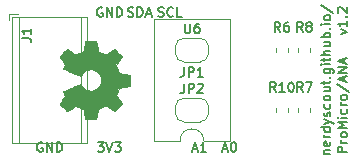
<source format=gbr>
G04 #@! TF.GenerationSoftware,KiCad,Pcbnew,5.1.5+dfsg1-2build2*
G04 #@! TF.CreationDate,2021-03-15T22:19:43+01:00*
G04 #@! TF.ProjectId,ProMicro_ANA,50726f4d-6963-4726-9f5f-414e412e6b69,v1.2*
G04 #@! TF.SameCoordinates,Original*
G04 #@! TF.FileFunction,Legend,Top*
G04 #@! TF.FilePolarity,Positive*
%FSLAX46Y46*%
G04 Gerber Fmt 4.6, Leading zero omitted, Abs format (unit mm)*
G04 Created by KiCad*
%MOMM*%
%LPD*%
G04 APERTURE LIST*
%ADD10C,0.200000*%
%ADD11C,0.120000*%
%ADD12C,0.010000*%
G04 APERTURE END LIST*
D10*
X84480476Y-89135000D02*
X84404285Y-89096904D01*
X84290000Y-89096904D01*
X84175714Y-89135000D01*
X84099523Y-89211190D01*
X84061428Y-89287380D01*
X84023333Y-89439761D01*
X84023333Y-89554047D01*
X84061428Y-89706428D01*
X84099523Y-89782619D01*
X84175714Y-89858809D01*
X84290000Y-89896904D01*
X84366190Y-89896904D01*
X84480476Y-89858809D01*
X84518571Y-89820714D01*
X84518571Y-89554047D01*
X84366190Y-89554047D01*
X84861428Y-89896904D02*
X84861428Y-89096904D01*
X85318571Y-89896904D01*
X85318571Y-89096904D01*
X85699523Y-89896904D02*
X85699523Y-89096904D01*
X85890000Y-89096904D01*
X86004285Y-89135000D01*
X86080476Y-89211190D01*
X86118571Y-89287380D01*
X86156666Y-89439761D01*
X86156666Y-89554047D01*
X86118571Y-89706428D01*
X86080476Y-89782619D01*
X86004285Y-89858809D01*
X85890000Y-89896904D01*
X85699523Y-89896904D01*
X89560476Y-77705000D02*
X89484285Y-77666904D01*
X89370000Y-77666904D01*
X89255714Y-77705000D01*
X89179523Y-77781190D01*
X89141428Y-77857380D01*
X89103333Y-78009761D01*
X89103333Y-78124047D01*
X89141428Y-78276428D01*
X89179523Y-78352619D01*
X89255714Y-78428809D01*
X89370000Y-78466904D01*
X89446190Y-78466904D01*
X89560476Y-78428809D01*
X89598571Y-78390714D01*
X89598571Y-78124047D01*
X89446190Y-78124047D01*
X89941428Y-78466904D02*
X89941428Y-77666904D01*
X90398571Y-78466904D01*
X90398571Y-77666904D01*
X90779523Y-78466904D02*
X90779523Y-77666904D01*
X90970000Y-77666904D01*
X91084285Y-77705000D01*
X91160476Y-77781190D01*
X91198571Y-77857380D01*
X91236666Y-78009761D01*
X91236666Y-78124047D01*
X91198571Y-78276428D01*
X91160476Y-78352619D01*
X91084285Y-78428809D01*
X90970000Y-78466904D01*
X90779523Y-78466904D01*
X89179523Y-89096904D02*
X89674761Y-89096904D01*
X89408095Y-89401666D01*
X89522380Y-89401666D01*
X89598571Y-89439761D01*
X89636666Y-89477857D01*
X89674761Y-89554047D01*
X89674761Y-89744523D01*
X89636666Y-89820714D01*
X89598571Y-89858809D01*
X89522380Y-89896904D01*
X89293809Y-89896904D01*
X89217619Y-89858809D01*
X89179523Y-89820714D01*
X89903333Y-89096904D02*
X90170000Y-89896904D01*
X90436666Y-89096904D01*
X90627142Y-89096904D02*
X91122380Y-89096904D01*
X90855714Y-89401666D01*
X90970000Y-89401666D01*
X91046190Y-89439761D01*
X91084285Y-89477857D01*
X91122380Y-89554047D01*
X91122380Y-89744523D01*
X91084285Y-89820714D01*
X91046190Y-89858809D01*
X90970000Y-89896904D01*
X90741428Y-89896904D01*
X90665238Y-89858809D01*
X90627142Y-89820714D01*
X97218571Y-89668333D02*
X97599523Y-89668333D01*
X97142380Y-89896904D02*
X97409047Y-89096904D01*
X97675714Y-89896904D01*
X98361428Y-89896904D02*
X97904285Y-89896904D01*
X98132857Y-89896904D02*
X98132857Y-89096904D01*
X98056666Y-89211190D01*
X97980476Y-89287380D01*
X97904285Y-89325476D01*
X99758571Y-89668333D02*
X100139523Y-89668333D01*
X99682380Y-89896904D02*
X99949047Y-89096904D01*
X100215714Y-89896904D01*
X100634761Y-89096904D02*
X100710952Y-89096904D01*
X100787142Y-89135000D01*
X100825238Y-89173095D01*
X100863333Y-89249285D01*
X100901428Y-89401666D01*
X100901428Y-89592142D01*
X100863333Y-89744523D01*
X100825238Y-89820714D01*
X100787142Y-89858809D01*
X100710952Y-89896904D01*
X100634761Y-89896904D01*
X100558571Y-89858809D01*
X100520476Y-89820714D01*
X100482380Y-89744523D01*
X100444285Y-89592142D01*
X100444285Y-89401666D01*
X100482380Y-89249285D01*
X100520476Y-89173095D01*
X100558571Y-89135000D01*
X100634761Y-89096904D01*
X91738571Y-78428809D02*
X91852857Y-78466904D01*
X92043333Y-78466904D01*
X92119523Y-78428809D01*
X92157619Y-78390714D01*
X92195714Y-78314523D01*
X92195714Y-78238333D01*
X92157619Y-78162142D01*
X92119523Y-78124047D01*
X92043333Y-78085952D01*
X91890952Y-78047857D01*
X91814761Y-78009761D01*
X91776666Y-77971666D01*
X91738571Y-77895476D01*
X91738571Y-77819285D01*
X91776666Y-77743095D01*
X91814761Y-77705000D01*
X91890952Y-77666904D01*
X92081428Y-77666904D01*
X92195714Y-77705000D01*
X92538571Y-78466904D02*
X92538571Y-77666904D01*
X92729047Y-77666904D01*
X92843333Y-77705000D01*
X92919523Y-77781190D01*
X92957619Y-77857380D01*
X92995714Y-78009761D01*
X92995714Y-78124047D01*
X92957619Y-78276428D01*
X92919523Y-78352619D01*
X92843333Y-78428809D01*
X92729047Y-78466904D01*
X92538571Y-78466904D01*
X93300476Y-78238333D02*
X93681428Y-78238333D01*
X93224285Y-78466904D02*
X93490952Y-77666904D01*
X93757619Y-78466904D01*
X94297619Y-78428809D02*
X94411904Y-78466904D01*
X94602380Y-78466904D01*
X94678571Y-78428809D01*
X94716666Y-78390714D01*
X94754761Y-78314523D01*
X94754761Y-78238333D01*
X94716666Y-78162142D01*
X94678571Y-78124047D01*
X94602380Y-78085952D01*
X94450000Y-78047857D01*
X94373809Y-78009761D01*
X94335714Y-77971666D01*
X94297619Y-77895476D01*
X94297619Y-77819285D01*
X94335714Y-77743095D01*
X94373809Y-77705000D01*
X94450000Y-77666904D01*
X94640476Y-77666904D01*
X94754761Y-77705000D01*
X95554761Y-78390714D02*
X95516666Y-78428809D01*
X95402380Y-78466904D01*
X95326190Y-78466904D01*
X95211904Y-78428809D01*
X95135714Y-78352619D01*
X95097619Y-78276428D01*
X95059523Y-78124047D01*
X95059523Y-78009761D01*
X95097619Y-77857380D01*
X95135714Y-77781190D01*
X95211904Y-77705000D01*
X95326190Y-77666904D01*
X95402380Y-77666904D01*
X95516666Y-77705000D01*
X95554761Y-77743095D01*
X96278571Y-78466904D02*
X95897619Y-78466904D01*
X95897619Y-77666904D01*
X108348571Y-90086666D02*
X108881904Y-90086666D01*
X108424761Y-90086666D02*
X108386666Y-90048571D01*
X108348571Y-89972380D01*
X108348571Y-89858095D01*
X108386666Y-89781904D01*
X108462857Y-89743809D01*
X108881904Y-89743809D01*
X108843809Y-89058095D02*
X108881904Y-89134285D01*
X108881904Y-89286666D01*
X108843809Y-89362857D01*
X108767619Y-89400952D01*
X108462857Y-89400952D01*
X108386666Y-89362857D01*
X108348571Y-89286666D01*
X108348571Y-89134285D01*
X108386666Y-89058095D01*
X108462857Y-89020000D01*
X108539047Y-89020000D01*
X108615238Y-89400952D01*
X108881904Y-88677142D02*
X108348571Y-88677142D01*
X108500952Y-88677142D02*
X108424761Y-88639047D01*
X108386666Y-88600952D01*
X108348571Y-88524761D01*
X108348571Y-88448571D01*
X108881904Y-87839047D02*
X108081904Y-87839047D01*
X108843809Y-87839047D02*
X108881904Y-87915238D01*
X108881904Y-88067619D01*
X108843809Y-88143809D01*
X108805714Y-88181904D01*
X108729523Y-88220000D01*
X108500952Y-88220000D01*
X108424761Y-88181904D01*
X108386666Y-88143809D01*
X108348571Y-88067619D01*
X108348571Y-87915238D01*
X108386666Y-87839047D01*
X108348571Y-87534285D02*
X108881904Y-87343809D01*
X108348571Y-87153333D02*
X108881904Y-87343809D01*
X109072380Y-87420000D01*
X109110476Y-87458095D01*
X109148571Y-87534285D01*
X108843809Y-86886666D02*
X108881904Y-86810476D01*
X108881904Y-86658095D01*
X108843809Y-86581904D01*
X108767619Y-86543809D01*
X108729523Y-86543809D01*
X108653333Y-86581904D01*
X108615238Y-86658095D01*
X108615238Y-86772380D01*
X108577142Y-86848571D01*
X108500952Y-86886666D01*
X108462857Y-86886666D01*
X108386666Y-86848571D01*
X108348571Y-86772380D01*
X108348571Y-86658095D01*
X108386666Y-86581904D01*
X108843809Y-85858095D02*
X108881904Y-85934285D01*
X108881904Y-86086666D01*
X108843809Y-86162857D01*
X108805714Y-86200952D01*
X108729523Y-86239047D01*
X108500952Y-86239047D01*
X108424761Y-86200952D01*
X108386666Y-86162857D01*
X108348571Y-86086666D01*
X108348571Y-85934285D01*
X108386666Y-85858095D01*
X108881904Y-85400952D02*
X108843809Y-85477142D01*
X108805714Y-85515238D01*
X108729523Y-85553333D01*
X108500952Y-85553333D01*
X108424761Y-85515238D01*
X108386666Y-85477142D01*
X108348571Y-85400952D01*
X108348571Y-85286666D01*
X108386666Y-85210476D01*
X108424761Y-85172380D01*
X108500952Y-85134285D01*
X108729523Y-85134285D01*
X108805714Y-85172380D01*
X108843809Y-85210476D01*
X108881904Y-85286666D01*
X108881904Y-85400952D01*
X108348571Y-84448571D02*
X108881904Y-84448571D01*
X108348571Y-84791428D02*
X108767619Y-84791428D01*
X108843809Y-84753333D01*
X108881904Y-84677142D01*
X108881904Y-84562857D01*
X108843809Y-84486666D01*
X108805714Y-84448571D01*
X108348571Y-84181904D02*
X108348571Y-83877142D01*
X108081904Y-84067619D02*
X108767619Y-84067619D01*
X108843809Y-84029523D01*
X108881904Y-83953333D01*
X108881904Y-83877142D01*
X108805714Y-83610476D02*
X108843809Y-83572380D01*
X108881904Y-83610476D01*
X108843809Y-83648571D01*
X108805714Y-83610476D01*
X108881904Y-83610476D01*
X108348571Y-82886666D02*
X108996190Y-82886666D01*
X109072380Y-82924761D01*
X109110476Y-82962857D01*
X109148571Y-83039047D01*
X109148571Y-83153333D01*
X109110476Y-83229523D01*
X108843809Y-82886666D02*
X108881904Y-82962857D01*
X108881904Y-83115238D01*
X108843809Y-83191428D01*
X108805714Y-83229523D01*
X108729523Y-83267619D01*
X108500952Y-83267619D01*
X108424761Y-83229523D01*
X108386666Y-83191428D01*
X108348571Y-83115238D01*
X108348571Y-82962857D01*
X108386666Y-82886666D01*
X108881904Y-82505714D02*
X108348571Y-82505714D01*
X108081904Y-82505714D02*
X108120000Y-82543809D01*
X108158095Y-82505714D01*
X108120000Y-82467619D01*
X108081904Y-82505714D01*
X108158095Y-82505714D01*
X108348571Y-82239047D02*
X108348571Y-81934285D01*
X108081904Y-82124761D02*
X108767619Y-82124761D01*
X108843809Y-82086666D01*
X108881904Y-82010476D01*
X108881904Y-81934285D01*
X108881904Y-81667619D02*
X108081904Y-81667619D01*
X108881904Y-81324761D02*
X108462857Y-81324761D01*
X108386666Y-81362857D01*
X108348571Y-81439047D01*
X108348571Y-81553333D01*
X108386666Y-81629523D01*
X108424761Y-81667619D01*
X108348571Y-80600952D02*
X108881904Y-80600952D01*
X108348571Y-80943809D02*
X108767619Y-80943809D01*
X108843809Y-80905714D01*
X108881904Y-80829523D01*
X108881904Y-80715238D01*
X108843809Y-80639047D01*
X108805714Y-80600952D01*
X108881904Y-80220000D02*
X108081904Y-80220000D01*
X108386666Y-80220000D02*
X108348571Y-80143809D01*
X108348571Y-79991428D01*
X108386666Y-79915238D01*
X108424761Y-79877142D01*
X108500952Y-79839047D01*
X108729523Y-79839047D01*
X108805714Y-79877142D01*
X108843809Y-79915238D01*
X108881904Y-79991428D01*
X108881904Y-80143809D01*
X108843809Y-80220000D01*
X108805714Y-79496190D02*
X108843809Y-79458095D01*
X108881904Y-79496190D01*
X108843809Y-79534285D01*
X108805714Y-79496190D01*
X108881904Y-79496190D01*
X108881904Y-79115238D02*
X108348571Y-79115238D01*
X108081904Y-79115238D02*
X108120000Y-79153333D01*
X108158095Y-79115238D01*
X108120000Y-79077142D01*
X108081904Y-79115238D01*
X108158095Y-79115238D01*
X108881904Y-78620000D02*
X108843809Y-78696190D01*
X108805714Y-78734285D01*
X108729523Y-78772380D01*
X108500952Y-78772380D01*
X108424761Y-78734285D01*
X108386666Y-78696190D01*
X108348571Y-78620000D01*
X108348571Y-78505714D01*
X108386666Y-78429523D01*
X108424761Y-78391428D01*
X108500952Y-78353333D01*
X108729523Y-78353333D01*
X108805714Y-78391428D01*
X108843809Y-78429523D01*
X108881904Y-78505714D01*
X108881904Y-78620000D01*
X108043809Y-77439047D02*
X109072380Y-78124761D01*
X110281904Y-89934285D02*
X109481904Y-89934285D01*
X109481904Y-89629523D01*
X109520000Y-89553333D01*
X109558095Y-89515238D01*
X109634285Y-89477142D01*
X109748571Y-89477142D01*
X109824761Y-89515238D01*
X109862857Y-89553333D01*
X109900952Y-89629523D01*
X109900952Y-89934285D01*
X110281904Y-89134285D02*
X109748571Y-89134285D01*
X109900952Y-89134285D02*
X109824761Y-89096190D01*
X109786666Y-89058095D01*
X109748571Y-88981904D01*
X109748571Y-88905714D01*
X110281904Y-88524761D02*
X110243809Y-88600952D01*
X110205714Y-88639047D01*
X110129523Y-88677142D01*
X109900952Y-88677142D01*
X109824761Y-88639047D01*
X109786666Y-88600952D01*
X109748571Y-88524761D01*
X109748571Y-88410476D01*
X109786666Y-88334285D01*
X109824761Y-88296190D01*
X109900952Y-88258095D01*
X110129523Y-88258095D01*
X110205714Y-88296190D01*
X110243809Y-88334285D01*
X110281904Y-88410476D01*
X110281904Y-88524761D01*
X110281904Y-87915238D02*
X109481904Y-87915238D01*
X110053333Y-87648571D01*
X109481904Y-87381904D01*
X110281904Y-87381904D01*
X110281904Y-87000952D02*
X109748571Y-87000952D01*
X109481904Y-87000952D02*
X109520000Y-87039047D01*
X109558095Y-87000952D01*
X109520000Y-86962857D01*
X109481904Y-87000952D01*
X109558095Y-87000952D01*
X110243809Y-86277142D02*
X110281904Y-86353333D01*
X110281904Y-86505714D01*
X110243809Y-86581904D01*
X110205714Y-86620000D01*
X110129523Y-86658095D01*
X109900952Y-86658095D01*
X109824761Y-86620000D01*
X109786666Y-86581904D01*
X109748571Y-86505714D01*
X109748571Y-86353333D01*
X109786666Y-86277142D01*
X110281904Y-85934285D02*
X109748571Y-85934285D01*
X109900952Y-85934285D02*
X109824761Y-85896190D01*
X109786666Y-85858095D01*
X109748571Y-85781904D01*
X109748571Y-85705714D01*
X110281904Y-85324761D02*
X110243809Y-85400952D01*
X110205714Y-85439047D01*
X110129523Y-85477142D01*
X109900952Y-85477142D01*
X109824761Y-85439047D01*
X109786666Y-85400952D01*
X109748571Y-85324761D01*
X109748571Y-85210476D01*
X109786666Y-85134285D01*
X109824761Y-85096190D01*
X109900952Y-85058095D01*
X110129523Y-85058095D01*
X110205714Y-85096190D01*
X110243809Y-85134285D01*
X110281904Y-85210476D01*
X110281904Y-85324761D01*
X109443809Y-84143809D02*
X110472380Y-84829523D01*
X110053333Y-83915238D02*
X110053333Y-83534285D01*
X110281904Y-83991428D02*
X109481904Y-83724761D01*
X110281904Y-83458095D01*
X110281904Y-83191428D02*
X109481904Y-83191428D01*
X110281904Y-82734285D01*
X109481904Y-82734285D01*
X110053333Y-82391428D02*
X110053333Y-82010476D01*
X110281904Y-82467619D02*
X109481904Y-82200952D01*
X110281904Y-81934285D01*
X109748571Y-79915238D02*
X110281904Y-79724761D01*
X109748571Y-79534285D01*
X110281904Y-78810476D02*
X110281904Y-79267619D01*
X110281904Y-79039047D02*
X109481904Y-79039047D01*
X109596190Y-79115238D01*
X109672380Y-79191428D01*
X109710476Y-79267619D01*
X110205714Y-78467619D02*
X110243809Y-78429523D01*
X110281904Y-78467619D01*
X110243809Y-78505714D01*
X110205714Y-78467619D01*
X110281904Y-78467619D01*
X109558095Y-78124761D02*
X109520000Y-78086666D01*
X109481904Y-78010476D01*
X109481904Y-77820000D01*
X109520000Y-77743809D01*
X109558095Y-77705714D01*
X109634285Y-77667619D01*
X109710476Y-77667619D01*
X109824761Y-77705714D01*
X110281904Y-78162857D01*
X110281904Y-77667619D01*
D11*
X106170000Y-81117221D02*
X106170000Y-81442779D01*
X107190000Y-81117221D02*
X107190000Y-81442779D01*
X107190000Y-86522779D02*
X107190000Y-86197221D01*
X106170000Y-86522779D02*
X106170000Y-86197221D01*
X96455000Y-85360000D02*
X97855000Y-85360000D01*
X98555000Y-86060000D02*
X98555000Y-86660000D01*
X97855000Y-87360000D02*
X96455000Y-87360000D01*
X95755000Y-86660000D02*
X95755000Y-86060000D01*
X95755000Y-86060000D02*
G75*
G02X96455000Y-85360000I700000J0D01*
G01*
X96455000Y-87360000D02*
G75*
G02X95755000Y-86660000I0J700000D01*
G01*
X98555000Y-86660000D02*
G75*
G02X97855000Y-87360000I-700000J0D01*
G01*
X97855000Y-85360000D02*
G75*
G02X98555000Y-86060000I0J-700000D01*
G01*
X96455000Y-80280000D02*
X97855000Y-80280000D01*
X98555000Y-80980000D02*
X98555000Y-81580000D01*
X97855000Y-82280000D02*
X96455000Y-82280000D01*
X95755000Y-81580000D02*
X95755000Y-80980000D01*
X95755000Y-80980000D02*
G75*
G02X96455000Y-80280000I700000J0D01*
G01*
X96455000Y-82280000D02*
G75*
G02X95755000Y-81580000I0J700000D01*
G01*
X98555000Y-81580000D02*
G75*
G02X97855000Y-82280000I-700000J0D01*
G01*
X97855000Y-80280000D02*
G75*
G02X98555000Y-80980000I0J-700000D01*
G01*
D12*
G36*
X91431069Y-84375814D02*
G01*
X90986445Y-84459635D01*
X90858947Y-84768920D01*
X90731449Y-85078206D01*
X90983754Y-85449246D01*
X91054004Y-85553157D01*
X91116728Y-85647087D01*
X91169062Y-85726652D01*
X91208143Y-85787470D01*
X91231107Y-85825157D01*
X91236058Y-85835421D01*
X91223324Y-85853910D01*
X91188118Y-85893420D01*
X91134938Y-85949522D01*
X91068282Y-86017787D01*
X90992646Y-86093786D01*
X90912528Y-86173092D01*
X90832426Y-86251275D01*
X90756836Y-86323907D01*
X90690255Y-86386559D01*
X90637182Y-86434803D01*
X90602113Y-86464210D01*
X90590377Y-86471241D01*
X90568740Y-86461123D01*
X90521338Y-86432759D01*
X90452807Y-86389129D01*
X90367785Y-86333218D01*
X90270907Y-86268006D01*
X90215650Y-86230219D01*
X90114752Y-86161343D01*
X90023701Y-86100140D01*
X89947030Y-86049578D01*
X89889272Y-86012628D01*
X89854957Y-85992258D01*
X89847746Y-85989197D01*
X89827252Y-85996136D01*
X89779487Y-86015051D01*
X89711168Y-86043087D01*
X89629011Y-86077391D01*
X89539730Y-86115109D01*
X89450042Y-86153387D01*
X89366662Y-86189370D01*
X89296306Y-86220206D01*
X89245690Y-86243039D01*
X89221529Y-86255017D01*
X89220578Y-86255724D01*
X89215964Y-86274531D01*
X89205672Y-86324618D01*
X89190713Y-86400793D01*
X89172099Y-86497865D01*
X89150841Y-86610643D01*
X89138582Y-86676442D01*
X89115638Y-86796950D01*
X89093805Y-86905797D01*
X89074278Y-86997476D01*
X89058252Y-87066481D01*
X89046921Y-87107304D01*
X89043326Y-87115511D01*
X89018994Y-87123548D01*
X88964041Y-87130033D01*
X88884892Y-87134970D01*
X88787974Y-87138364D01*
X88679713Y-87140218D01*
X88566535Y-87140538D01*
X88454865Y-87139327D01*
X88351132Y-87136590D01*
X88261759Y-87132331D01*
X88193174Y-87126555D01*
X88151803Y-87119267D01*
X88143190Y-87114895D01*
X88132867Y-87088764D01*
X88118108Y-87033393D01*
X88100648Y-86956107D01*
X88082220Y-86864230D01*
X88076259Y-86832158D01*
X88047934Y-86677524D01*
X88025124Y-86555375D01*
X88006920Y-86461673D01*
X87992417Y-86392384D01*
X87980708Y-86343471D01*
X87970885Y-86310897D01*
X87962044Y-86290628D01*
X87953276Y-86278626D01*
X87951543Y-86276947D01*
X87923629Y-86260184D01*
X87869305Y-86234614D01*
X87795223Y-86202788D01*
X87708035Y-86167260D01*
X87614392Y-86130583D01*
X87520948Y-86095311D01*
X87434353Y-86063996D01*
X87361260Y-86039193D01*
X87308322Y-86023454D01*
X87282189Y-86019332D01*
X87281274Y-86019676D01*
X87259914Y-86033641D01*
X87212916Y-86065322D01*
X87145173Y-86111391D01*
X87061577Y-86168518D01*
X86967018Y-86233373D01*
X86940146Y-86251843D01*
X86842725Y-86317699D01*
X86753837Y-86375650D01*
X86678588Y-86422538D01*
X86622080Y-86455207D01*
X86589419Y-86470500D01*
X86585407Y-86471241D01*
X86564316Y-86458392D01*
X86522536Y-86422888D01*
X86464555Y-86369293D01*
X86394865Y-86302171D01*
X86317955Y-86226087D01*
X86238317Y-86145604D01*
X86160439Y-86065287D01*
X86088814Y-85989699D01*
X86027930Y-85923405D01*
X85982279Y-85870969D01*
X85956350Y-85836955D01*
X85952117Y-85827545D01*
X85962088Y-85805643D01*
X85988980Y-85760800D01*
X86028264Y-85700321D01*
X86059883Y-85653789D01*
X86117902Y-85569475D01*
X86186216Y-85469626D01*
X86254421Y-85369473D01*
X86290925Y-85315627D01*
X86414200Y-85133371D01*
X86331480Y-84980381D01*
X86295241Y-84910682D01*
X86267074Y-84851414D01*
X86251009Y-84811311D01*
X86248774Y-84801103D01*
X86265278Y-84788829D01*
X86311918Y-84764613D01*
X86384391Y-84730263D01*
X86478394Y-84687588D01*
X86589626Y-84638394D01*
X86713785Y-84584490D01*
X86846568Y-84527684D01*
X86983673Y-84469782D01*
X87120798Y-84412593D01*
X87253642Y-84357924D01*
X87377902Y-84307584D01*
X87489275Y-84263380D01*
X87583461Y-84227119D01*
X87656156Y-84200609D01*
X87703059Y-84185658D01*
X87719167Y-84183254D01*
X87739714Y-84202311D01*
X87773067Y-84244036D01*
X87812298Y-84299706D01*
X87815401Y-84304378D01*
X87930577Y-84448264D01*
X88064947Y-84564283D01*
X88214216Y-84651430D01*
X88374087Y-84708699D01*
X88540263Y-84735086D01*
X88708448Y-84729585D01*
X88874345Y-84691190D01*
X89033658Y-84618895D01*
X89068513Y-84597626D01*
X89209263Y-84486996D01*
X89322286Y-84356302D01*
X89406997Y-84210064D01*
X89462806Y-84052808D01*
X89489126Y-83889057D01*
X89485370Y-83723333D01*
X89450950Y-83560162D01*
X89385277Y-83404065D01*
X89287765Y-83259567D01*
X89248187Y-83214869D01*
X89124297Y-83101112D01*
X88993876Y-83018218D01*
X88847685Y-82961356D01*
X88702912Y-82929687D01*
X88540140Y-82921869D01*
X88376560Y-82947938D01*
X88217702Y-83005245D01*
X88069094Y-83091144D01*
X87936265Y-83202986D01*
X87824744Y-83338123D01*
X87812989Y-83355883D01*
X87774492Y-83412150D01*
X87741137Y-83454923D01*
X87719840Y-83475372D01*
X87719167Y-83475669D01*
X87696129Y-83471279D01*
X87643843Y-83453876D01*
X87566610Y-83425268D01*
X87468732Y-83387265D01*
X87354509Y-83341674D01*
X87228242Y-83290303D01*
X87094233Y-83234962D01*
X86956782Y-83177458D01*
X86820192Y-83119601D01*
X86688763Y-83063198D01*
X86566795Y-83010058D01*
X86458591Y-82961990D01*
X86368451Y-82920801D01*
X86300677Y-82888301D01*
X86259570Y-82866297D01*
X86248774Y-82857436D01*
X86257181Y-82830360D01*
X86279728Y-82779697D01*
X86312387Y-82714183D01*
X86331480Y-82678159D01*
X86414200Y-82525168D01*
X86290925Y-82342912D01*
X86227772Y-82249875D01*
X86158273Y-82148015D01*
X86092835Y-82052562D01*
X86059883Y-82004750D01*
X86014727Y-81937505D01*
X85978943Y-81880564D01*
X85957062Y-81841354D01*
X85952437Y-81828619D01*
X85964915Y-81810083D01*
X85999748Y-81769059D01*
X86053322Y-81709525D01*
X86122017Y-81635458D01*
X86202219Y-81550835D01*
X86253714Y-81497315D01*
X86345714Y-81403681D01*
X86428001Y-81322759D01*
X86497055Y-81257823D01*
X86549356Y-81212142D01*
X86581384Y-81188989D01*
X86587884Y-81186768D01*
X86612606Y-81197076D01*
X86662595Y-81225561D01*
X86732788Y-81269063D01*
X86818125Y-81324423D01*
X86913544Y-81388480D01*
X86940146Y-81406697D01*
X87036833Y-81473073D01*
X87123883Y-81532622D01*
X87196405Y-81582016D01*
X87249507Y-81617925D01*
X87278297Y-81637019D01*
X87281274Y-81638864D01*
X87304218Y-81636105D01*
X87354664Y-81621462D01*
X87425959Y-81597487D01*
X87511453Y-81566734D01*
X87604493Y-81531756D01*
X87698426Y-81495107D01*
X87786601Y-81459339D01*
X87862366Y-81427006D01*
X87919069Y-81400662D01*
X87950057Y-81382858D01*
X87951543Y-81381593D01*
X87960399Y-81370706D01*
X87969157Y-81352318D01*
X87978723Y-81322394D01*
X87990004Y-81276897D01*
X88003907Y-81211791D01*
X88021337Y-81123039D01*
X88043202Y-81006607D01*
X88070409Y-80858458D01*
X88076259Y-80826382D01*
X88094626Y-80731314D01*
X88112595Y-80648435D01*
X88128431Y-80585070D01*
X88140400Y-80548542D01*
X88143190Y-80543644D01*
X88167928Y-80535573D01*
X88223210Y-80529013D01*
X88302611Y-80523967D01*
X88399704Y-80520441D01*
X88508062Y-80518439D01*
X88621260Y-80517964D01*
X88732872Y-80519023D01*
X88836471Y-80521618D01*
X88925632Y-80525754D01*
X88993928Y-80531437D01*
X89034934Y-80538669D01*
X89043326Y-80543029D01*
X89051792Y-80567302D01*
X89065565Y-80622574D01*
X89083450Y-80703338D01*
X89104252Y-80804088D01*
X89126777Y-80919317D01*
X89138582Y-80982098D01*
X89160849Y-81101213D01*
X89181021Y-81207435D01*
X89198085Y-81295573D01*
X89211031Y-81360434D01*
X89218845Y-81396826D01*
X89220578Y-81402816D01*
X89240110Y-81412939D01*
X89287157Y-81434338D01*
X89354997Y-81464161D01*
X89436909Y-81499555D01*
X89526172Y-81537668D01*
X89616065Y-81575647D01*
X89699865Y-81610640D01*
X89770853Y-81639794D01*
X89822306Y-81660257D01*
X89847503Y-81669177D01*
X89848604Y-81669343D01*
X89868481Y-81659231D01*
X89914223Y-81630883D01*
X89981283Y-81587277D01*
X90065116Y-81531394D01*
X90161174Y-81466213D01*
X90216350Y-81428321D01*
X90317519Y-81359275D01*
X90409370Y-81297950D01*
X90487256Y-81247337D01*
X90546531Y-81210429D01*
X90582549Y-81190218D01*
X90590623Y-81187299D01*
X90609416Y-81199847D01*
X90649543Y-81234537D01*
X90706507Y-81286937D01*
X90775815Y-81352616D01*
X90852969Y-81427144D01*
X90933475Y-81506087D01*
X91012837Y-81585017D01*
X91086560Y-81659500D01*
X91150148Y-81725106D01*
X91199106Y-81777404D01*
X91228939Y-81811961D01*
X91236058Y-81823522D01*
X91226047Y-81842346D01*
X91197922Y-81887369D01*
X91154546Y-81954213D01*
X91098782Y-82038501D01*
X91033494Y-82135856D01*
X90983754Y-82209293D01*
X90731449Y-82580333D01*
X90986445Y-83198905D01*
X91431069Y-83282725D01*
X91875693Y-83366546D01*
X91875693Y-84291994D01*
X91431069Y-84375814D01*
G37*
X91431069Y-84375814D02*
X90986445Y-84459635D01*
X90858947Y-84768920D01*
X90731449Y-85078206D01*
X90983754Y-85449246D01*
X91054004Y-85553157D01*
X91116728Y-85647087D01*
X91169062Y-85726652D01*
X91208143Y-85787470D01*
X91231107Y-85825157D01*
X91236058Y-85835421D01*
X91223324Y-85853910D01*
X91188118Y-85893420D01*
X91134938Y-85949522D01*
X91068282Y-86017787D01*
X90992646Y-86093786D01*
X90912528Y-86173092D01*
X90832426Y-86251275D01*
X90756836Y-86323907D01*
X90690255Y-86386559D01*
X90637182Y-86434803D01*
X90602113Y-86464210D01*
X90590377Y-86471241D01*
X90568740Y-86461123D01*
X90521338Y-86432759D01*
X90452807Y-86389129D01*
X90367785Y-86333218D01*
X90270907Y-86268006D01*
X90215650Y-86230219D01*
X90114752Y-86161343D01*
X90023701Y-86100140D01*
X89947030Y-86049578D01*
X89889272Y-86012628D01*
X89854957Y-85992258D01*
X89847746Y-85989197D01*
X89827252Y-85996136D01*
X89779487Y-86015051D01*
X89711168Y-86043087D01*
X89629011Y-86077391D01*
X89539730Y-86115109D01*
X89450042Y-86153387D01*
X89366662Y-86189370D01*
X89296306Y-86220206D01*
X89245690Y-86243039D01*
X89221529Y-86255017D01*
X89220578Y-86255724D01*
X89215964Y-86274531D01*
X89205672Y-86324618D01*
X89190713Y-86400793D01*
X89172099Y-86497865D01*
X89150841Y-86610643D01*
X89138582Y-86676442D01*
X89115638Y-86796950D01*
X89093805Y-86905797D01*
X89074278Y-86997476D01*
X89058252Y-87066481D01*
X89046921Y-87107304D01*
X89043326Y-87115511D01*
X89018994Y-87123548D01*
X88964041Y-87130033D01*
X88884892Y-87134970D01*
X88787974Y-87138364D01*
X88679713Y-87140218D01*
X88566535Y-87140538D01*
X88454865Y-87139327D01*
X88351132Y-87136590D01*
X88261759Y-87132331D01*
X88193174Y-87126555D01*
X88151803Y-87119267D01*
X88143190Y-87114895D01*
X88132867Y-87088764D01*
X88118108Y-87033393D01*
X88100648Y-86956107D01*
X88082220Y-86864230D01*
X88076259Y-86832158D01*
X88047934Y-86677524D01*
X88025124Y-86555375D01*
X88006920Y-86461673D01*
X87992417Y-86392384D01*
X87980708Y-86343471D01*
X87970885Y-86310897D01*
X87962044Y-86290628D01*
X87953276Y-86278626D01*
X87951543Y-86276947D01*
X87923629Y-86260184D01*
X87869305Y-86234614D01*
X87795223Y-86202788D01*
X87708035Y-86167260D01*
X87614392Y-86130583D01*
X87520948Y-86095311D01*
X87434353Y-86063996D01*
X87361260Y-86039193D01*
X87308322Y-86023454D01*
X87282189Y-86019332D01*
X87281274Y-86019676D01*
X87259914Y-86033641D01*
X87212916Y-86065322D01*
X87145173Y-86111391D01*
X87061577Y-86168518D01*
X86967018Y-86233373D01*
X86940146Y-86251843D01*
X86842725Y-86317699D01*
X86753837Y-86375650D01*
X86678588Y-86422538D01*
X86622080Y-86455207D01*
X86589419Y-86470500D01*
X86585407Y-86471241D01*
X86564316Y-86458392D01*
X86522536Y-86422888D01*
X86464555Y-86369293D01*
X86394865Y-86302171D01*
X86317955Y-86226087D01*
X86238317Y-86145604D01*
X86160439Y-86065287D01*
X86088814Y-85989699D01*
X86027930Y-85923405D01*
X85982279Y-85870969D01*
X85956350Y-85836955D01*
X85952117Y-85827545D01*
X85962088Y-85805643D01*
X85988980Y-85760800D01*
X86028264Y-85700321D01*
X86059883Y-85653789D01*
X86117902Y-85569475D01*
X86186216Y-85469626D01*
X86254421Y-85369473D01*
X86290925Y-85315627D01*
X86414200Y-85133371D01*
X86331480Y-84980381D01*
X86295241Y-84910682D01*
X86267074Y-84851414D01*
X86251009Y-84811311D01*
X86248774Y-84801103D01*
X86265278Y-84788829D01*
X86311918Y-84764613D01*
X86384391Y-84730263D01*
X86478394Y-84687588D01*
X86589626Y-84638394D01*
X86713785Y-84584490D01*
X86846568Y-84527684D01*
X86983673Y-84469782D01*
X87120798Y-84412593D01*
X87253642Y-84357924D01*
X87377902Y-84307584D01*
X87489275Y-84263380D01*
X87583461Y-84227119D01*
X87656156Y-84200609D01*
X87703059Y-84185658D01*
X87719167Y-84183254D01*
X87739714Y-84202311D01*
X87773067Y-84244036D01*
X87812298Y-84299706D01*
X87815401Y-84304378D01*
X87930577Y-84448264D01*
X88064947Y-84564283D01*
X88214216Y-84651430D01*
X88374087Y-84708699D01*
X88540263Y-84735086D01*
X88708448Y-84729585D01*
X88874345Y-84691190D01*
X89033658Y-84618895D01*
X89068513Y-84597626D01*
X89209263Y-84486996D01*
X89322286Y-84356302D01*
X89406997Y-84210064D01*
X89462806Y-84052808D01*
X89489126Y-83889057D01*
X89485370Y-83723333D01*
X89450950Y-83560162D01*
X89385277Y-83404065D01*
X89287765Y-83259567D01*
X89248187Y-83214869D01*
X89124297Y-83101112D01*
X88993876Y-83018218D01*
X88847685Y-82961356D01*
X88702912Y-82929687D01*
X88540140Y-82921869D01*
X88376560Y-82947938D01*
X88217702Y-83005245D01*
X88069094Y-83091144D01*
X87936265Y-83202986D01*
X87824744Y-83338123D01*
X87812989Y-83355883D01*
X87774492Y-83412150D01*
X87741137Y-83454923D01*
X87719840Y-83475372D01*
X87719167Y-83475669D01*
X87696129Y-83471279D01*
X87643843Y-83453876D01*
X87566610Y-83425268D01*
X87468732Y-83387265D01*
X87354509Y-83341674D01*
X87228242Y-83290303D01*
X87094233Y-83234962D01*
X86956782Y-83177458D01*
X86820192Y-83119601D01*
X86688763Y-83063198D01*
X86566795Y-83010058D01*
X86458591Y-82961990D01*
X86368451Y-82920801D01*
X86300677Y-82888301D01*
X86259570Y-82866297D01*
X86248774Y-82857436D01*
X86257181Y-82830360D01*
X86279728Y-82779697D01*
X86312387Y-82714183D01*
X86331480Y-82678159D01*
X86414200Y-82525168D01*
X86290925Y-82342912D01*
X86227772Y-82249875D01*
X86158273Y-82148015D01*
X86092835Y-82052562D01*
X86059883Y-82004750D01*
X86014727Y-81937505D01*
X85978943Y-81880564D01*
X85957062Y-81841354D01*
X85952437Y-81828619D01*
X85964915Y-81810083D01*
X85999748Y-81769059D01*
X86053322Y-81709525D01*
X86122017Y-81635458D01*
X86202219Y-81550835D01*
X86253714Y-81497315D01*
X86345714Y-81403681D01*
X86428001Y-81322759D01*
X86497055Y-81257823D01*
X86549356Y-81212142D01*
X86581384Y-81188989D01*
X86587884Y-81186768D01*
X86612606Y-81197076D01*
X86662595Y-81225561D01*
X86732788Y-81269063D01*
X86818125Y-81324423D01*
X86913544Y-81388480D01*
X86940146Y-81406697D01*
X87036833Y-81473073D01*
X87123883Y-81532622D01*
X87196405Y-81582016D01*
X87249507Y-81617925D01*
X87278297Y-81637019D01*
X87281274Y-81638864D01*
X87304218Y-81636105D01*
X87354664Y-81621462D01*
X87425959Y-81597487D01*
X87511453Y-81566734D01*
X87604493Y-81531756D01*
X87698426Y-81495107D01*
X87786601Y-81459339D01*
X87862366Y-81427006D01*
X87919069Y-81400662D01*
X87950057Y-81382858D01*
X87951543Y-81381593D01*
X87960399Y-81370706D01*
X87969157Y-81352318D01*
X87978723Y-81322394D01*
X87990004Y-81276897D01*
X88003907Y-81211791D01*
X88021337Y-81123039D01*
X88043202Y-81006607D01*
X88070409Y-80858458D01*
X88076259Y-80826382D01*
X88094626Y-80731314D01*
X88112595Y-80648435D01*
X88128431Y-80585070D01*
X88140400Y-80548542D01*
X88143190Y-80543644D01*
X88167928Y-80535573D01*
X88223210Y-80529013D01*
X88302611Y-80523967D01*
X88399704Y-80520441D01*
X88508062Y-80518439D01*
X88621260Y-80517964D01*
X88732872Y-80519023D01*
X88836471Y-80521618D01*
X88925632Y-80525754D01*
X88993928Y-80531437D01*
X89034934Y-80538669D01*
X89043326Y-80543029D01*
X89051792Y-80567302D01*
X89065565Y-80622574D01*
X89083450Y-80703338D01*
X89104252Y-80804088D01*
X89126777Y-80919317D01*
X89138582Y-80982098D01*
X89160849Y-81101213D01*
X89181021Y-81207435D01*
X89198085Y-81295573D01*
X89211031Y-81360434D01*
X89218845Y-81396826D01*
X89220578Y-81402816D01*
X89240110Y-81412939D01*
X89287157Y-81434338D01*
X89354997Y-81464161D01*
X89436909Y-81499555D01*
X89526172Y-81537668D01*
X89616065Y-81575647D01*
X89699865Y-81610640D01*
X89770853Y-81639794D01*
X89822306Y-81660257D01*
X89847503Y-81669177D01*
X89848604Y-81669343D01*
X89868481Y-81659231D01*
X89914223Y-81630883D01*
X89981283Y-81587277D01*
X90065116Y-81531394D01*
X90161174Y-81466213D01*
X90216350Y-81428321D01*
X90317519Y-81359275D01*
X90409370Y-81297950D01*
X90487256Y-81247337D01*
X90546531Y-81210429D01*
X90582549Y-81190218D01*
X90590623Y-81187299D01*
X90609416Y-81199847D01*
X90649543Y-81234537D01*
X90706507Y-81286937D01*
X90775815Y-81352616D01*
X90852969Y-81427144D01*
X90933475Y-81506087D01*
X91012837Y-81585017D01*
X91086560Y-81659500D01*
X91150148Y-81725106D01*
X91199106Y-81777404D01*
X91228939Y-81811961D01*
X91236058Y-81823522D01*
X91226047Y-81842346D01*
X91197922Y-81887369D01*
X91154546Y-81954213D01*
X91098782Y-82038501D01*
X91033494Y-82135856D01*
X90983754Y-82209293D01*
X90731449Y-82580333D01*
X90986445Y-83198905D01*
X91431069Y-83282725D01*
X91875693Y-83366546D01*
X91875693Y-84291994D01*
X91431069Y-84375814D01*
D11*
X104265000Y-86197221D02*
X104265000Y-86522779D01*
X105285000Y-86197221D02*
X105285000Y-86522779D01*
X105285000Y-81442779D02*
X105285000Y-81117221D01*
X104265000Y-81442779D02*
X104265000Y-81117221D01*
X81690000Y-78210000D02*
X81690000Y-78710000D01*
X82430000Y-78210000D02*
X81690000Y-78210000D01*
X88250000Y-89190000D02*
X81930000Y-89190000D01*
X88250000Y-78450000D02*
X81930000Y-78450000D01*
X81930000Y-78450000D02*
X81930000Y-89190000D01*
X88250000Y-78450000D02*
X88250000Y-89190000D01*
X87790000Y-78450000D02*
X87790000Y-89190000D01*
X82490000Y-78450000D02*
X82490000Y-89190000D01*
X93920000Y-88960000D02*
X96155000Y-88960000D01*
X93920000Y-78680000D02*
X93920000Y-88960000D01*
X100390000Y-78680000D02*
X93920000Y-78680000D01*
X100390000Y-88960000D02*
X100390000Y-78680000D01*
X98155000Y-88960000D02*
X100390000Y-88960000D01*
X96155000Y-88960000D02*
G75*
G02X98155000Y-88960000I1000000J0D01*
G01*
D10*
X106546666Y-79736904D02*
X106280000Y-79355952D01*
X106089523Y-79736904D02*
X106089523Y-78936904D01*
X106394285Y-78936904D01*
X106470476Y-78975000D01*
X106508571Y-79013095D01*
X106546666Y-79089285D01*
X106546666Y-79203571D01*
X106508571Y-79279761D01*
X106470476Y-79317857D01*
X106394285Y-79355952D01*
X106089523Y-79355952D01*
X107003809Y-79279761D02*
X106927619Y-79241666D01*
X106889523Y-79203571D01*
X106851428Y-79127380D01*
X106851428Y-79089285D01*
X106889523Y-79013095D01*
X106927619Y-78975000D01*
X107003809Y-78936904D01*
X107156190Y-78936904D01*
X107232380Y-78975000D01*
X107270476Y-79013095D01*
X107308571Y-79089285D01*
X107308571Y-79127380D01*
X107270476Y-79203571D01*
X107232380Y-79241666D01*
X107156190Y-79279761D01*
X107003809Y-79279761D01*
X106927619Y-79317857D01*
X106889523Y-79355952D01*
X106851428Y-79432142D01*
X106851428Y-79584523D01*
X106889523Y-79660714D01*
X106927619Y-79698809D01*
X107003809Y-79736904D01*
X107156190Y-79736904D01*
X107232380Y-79698809D01*
X107270476Y-79660714D01*
X107308571Y-79584523D01*
X107308571Y-79432142D01*
X107270476Y-79355952D01*
X107232380Y-79317857D01*
X107156190Y-79279761D01*
X106546666Y-84816904D02*
X106280000Y-84435952D01*
X106089523Y-84816904D02*
X106089523Y-84016904D01*
X106394285Y-84016904D01*
X106470476Y-84055000D01*
X106508571Y-84093095D01*
X106546666Y-84169285D01*
X106546666Y-84283571D01*
X106508571Y-84359761D01*
X106470476Y-84397857D01*
X106394285Y-84435952D01*
X106089523Y-84435952D01*
X106813333Y-84016904D02*
X107346666Y-84016904D01*
X107003809Y-84816904D01*
X96488333Y-84121904D02*
X96488333Y-84693333D01*
X96450238Y-84807619D01*
X96374047Y-84883809D01*
X96259761Y-84921904D01*
X96183571Y-84921904D01*
X96869285Y-84921904D02*
X96869285Y-84121904D01*
X97174047Y-84121904D01*
X97250238Y-84160000D01*
X97288333Y-84198095D01*
X97326428Y-84274285D01*
X97326428Y-84388571D01*
X97288333Y-84464761D01*
X97250238Y-84502857D01*
X97174047Y-84540952D01*
X96869285Y-84540952D01*
X97631190Y-84198095D02*
X97669285Y-84160000D01*
X97745476Y-84121904D01*
X97935952Y-84121904D01*
X98012142Y-84160000D01*
X98050238Y-84198095D01*
X98088333Y-84274285D01*
X98088333Y-84350476D01*
X98050238Y-84464761D01*
X97593095Y-84921904D01*
X98088333Y-84921904D01*
X96488333Y-82746904D02*
X96488333Y-83318333D01*
X96450238Y-83432619D01*
X96374047Y-83508809D01*
X96259761Y-83546904D01*
X96183571Y-83546904D01*
X96869285Y-83546904D02*
X96869285Y-82746904D01*
X97174047Y-82746904D01*
X97250238Y-82785000D01*
X97288333Y-82823095D01*
X97326428Y-82899285D01*
X97326428Y-83013571D01*
X97288333Y-83089761D01*
X97250238Y-83127857D01*
X97174047Y-83165952D01*
X96869285Y-83165952D01*
X98088333Y-83546904D02*
X97631190Y-83546904D01*
X97859761Y-83546904D02*
X97859761Y-82746904D01*
X97783571Y-82861190D01*
X97707380Y-82937380D01*
X97631190Y-82975476D01*
X104260714Y-84816904D02*
X103994047Y-84435952D01*
X103803571Y-84816904D02*
X103803571Y-84016904D01*
X104108333Y-84016904D01*
X104184523Y-84055000D01*
X104222619Y-84093095D01*
X104260714Y-84169285D01*
X104260714Y-84283571D01*
X104222619Y-84359761D01*
X104184523Y-84397857D01*
X104108333Y-84435952D01*
X103803571Y-84435952D01*
X105022619Y-84816904D02*
X104565476Y-84816904D01*
X104794047Y-84816904D02*
X104794047Y-84016904D01*
X104717857Y-84131190D01*
X104641666Y-84207380D01*
X104565476Y-84245476D01*
X105517857Y-84016904D02*
X105594047Y-84016904D01*
X105670238Y-84055000D01*
X105708333Y-84093095D01*
X105746428Y-84169285D01*
X105784523Y-84321666D01*
X105784523Y-84512142D01*
X105746428Y-84664523D01*
X105708333Y-84740714D01*
X105670238Y-84778809D01*
X105594047Y-84816904D01*
X105517857Y-84816904D01*
X105441666Y-84778809D01*
X105403571Y-84740714D01*
X105365476Y-84664523D01*
X105327380Y-84512142D01*
X105327380Y-84321666D01*
X105365476Y-84169285D01*
X105403571Y-84093095D01*
X105441666Y-84055000D01*
X105517857Y-84016904D01*
X104641666Y-79736904D02*
X104375000Y-79355952D01*
X104184523Y-79736904D02*
X104184523Y-78936904D01*
X104489285Y-78936904D01*
X104565476Y-78975000D01*
X104603571Y-79013095D01*
X104641666Y-79089285D01*
X104641666Y-79203571D01*
X104603571Y-79279761D01*
X104565476Y-79317857D01*
X104489285Y-79355952D01*
X104184523Y-79355952D01*
X105327380Y-78936904D02*
X105175000Y-78936904D01*
X105098809Y-78975000D01*
X105060714Y-79013095D01*
X104984523Y-79127380D01*
X104946428Y-79279761D01*
X104946428Y-79584523D01*
X104984523Y-79660714D01*
X105022619Y-79698809D01*
X105098809Y-79736904D01*
X105251190Y-79736904D01*
X105327380Y-79698809D01*
X105365476Y-79660714D01*
X105403571Y-79584523D01*
X105403571Y-79394047D01*
X105365476Y-79317857D01*
X105327380Y-79279761D01*
X105251190Y-79241666D01*
X105098809Y-79241666D01*
X105022619Y-79279761D01*
X104984523Y-79317857D01*
X104946428Y-79394047D01*
X82746904Y-80276666D02*
X83318333Y-80276666D01*
X83432619Y-80314761D01*
X83508809Y-80390952D01*
X83546904Y-80505238D01*
X83546904Y-80581428D01*
X83546904Y-79476666D02*
X83546904Y-79933809D01*
X83546904Y-79705238D02*
X82746904Y-79705238D01*
X82861190Y-79781428D01*
X82937380Y-79857619D01*
X82975476Y-79933809D01*
X96545476Y-79063904D02*
X96545476Y-79711523D01*
X96583571Y-79787714D01*
X96621666Y-79825809D01*
X96697857Y-79863904D01*
X96850238Y-79863904D01*
X96926428Y-79825809D01*
X96964523Y-79787714D01*
X97002619Y-79711523D01*
X97002619Y-79063904D01*
X97726428Y-79063904D02*
X97574047Y-79063904D01*
X97497857Y-79102000D01*
X97459761Y-79140095D01*
X97383571Y-79254380D01*
X97345476Y-79406761D01*
X97345476Y-79711523D01*
X97383571Y-79787714D01*
X97421666Y-79825809D01*
X97497857Y-79863904D01*
X97650238Y-79863904D01*
X97726428Y-79825809D01*
X97764523Y-79787714D01*
X97802619Y-79711523D01*
X97802619Y-79521047D01*
X97764523Y-79444857D01*
X97726428Y-79406761D01*
X97650238Y-79368666D01*
X97497857Y-79368666D01*
X97421666Y-79406761D01*
X97383571Y-79444857D01*
X97345476Y-79521047D01*
M02*

</source>
